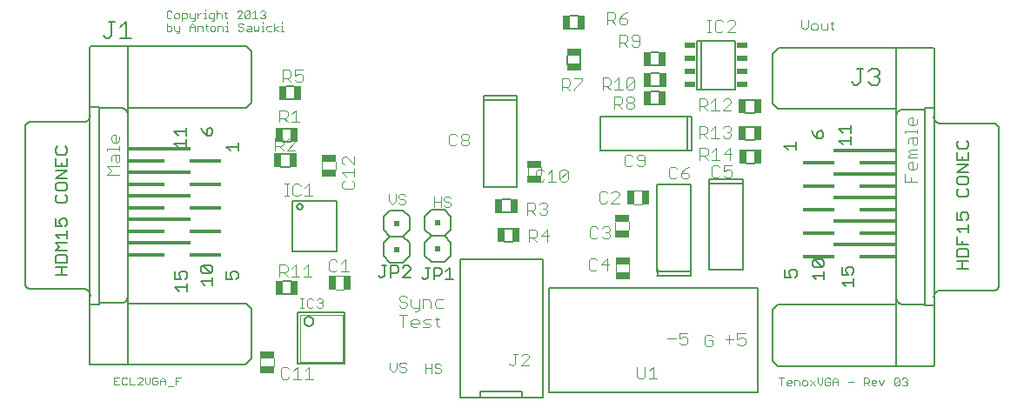
<source format=gto>
G75*
G70*
%OFA0B0*%
%FSLAX24Y24*%
%IPPOS*%
%LPD*%
%AMOC8*
5,1,8,0,0,1.08239X$1,22.5*
%
%ADD10C,0.0040*%
%ADD11C,0.0030*%
%ADD12C,0.0060*%
%ADD13C,0.0050*%
%ADD14R,0.2402X0.0157*%
%ADD15R,0.1417X0.0157*%
%ADD16R,0.1220X0.0157*%
%ADD17C,0.0070*%
%ADD18R,0.0256X0.0551*%
%ADD19R,0.0551X0.0256*%
%ADD20C,0.0080*%
%ADD21R,0.0571X0.0295*%
%ADD22R,0.0295X0.0571*%
%ADD23R,0.0200X0.0200*%
%ADD24R,0.0433X0.0193*%
%ADD25C,0.0020*%
D10*
X009133Y001915D02*
X009133Y002215D01*
X009652Y002215D02*
X009652Y001925D01*
X009937Y001824D02*
X009937Y001517D01*
X010013Y001441D01*
X010167Y001441D01*
X010243Y001517D01*
X010397Y001441D02*
X010704Y001441D01*
X010857Y001441D02*
X011164Y001441D01*
X011011Y001441D02*
X011011Y001901D01*
X010857Y001748D01*
X010550Y001901D02*
X010550Y001441D01*
X010397Y001748D02*
X010550Y001901D01*
X010243Y001824D02*
X010167Y001901D01*
X010013Y001901D01*
X009937Y001824D01*
X014605Y003423D02*
X014605Y003884D01*
X014452Y003884D02*
X014759Y003884D01*
X014989Y003730D02*
X015143Y003730D01*
X015219Y003654D01*
X015219Y003577D01*
X014912Y003577D01*
X014912Y003500D02*
X014912Y003654D01*
X014989Y003730D01*
X014912Y003500D02*
X014989Y003423D01*
X015143Y003423D01*
X015373Y003423D02*
X015603Y003423D01*
X015680Y003500D01*
X015603Y003577D01*
X015449Y003577D01*
X015373Y003654D01*
X015449Y003730D01*
X015680Y003730D01*
X015833Y003730D02*
X015987Y003730D01*
X015910Y003807D02*
X015910Y003500D01*
X015987Y003423D01*
X015219Y004097D02*
X015143Y004020D01*
X015066Y004020D01*
X015219Y004097D02*
X015219Y004480D01*
X015373Y004480D02*
X015603Y004480D01*
X015680Y004404D01*
X015680Y004173D01*
X015833Y004250D02*
X015833Y004404D01*
X015910Y004480D01*
X016140Y004480D01*
X016140Y004173D02*
X015910Y004173D01*
X015833Y004250D01*
X015373Y004173D02*
X015373Y004480D01*
X014912Y004480D02*
X014912Y004250D01*
X014989Y004173D01*
X015219Y004173D01*
X014759Y004250D02*
X014759Y004327D01*
X014682Y004404D01*
X014529Y004404D01*
X014452Y004480D01*
X014452Y004557D01*
X014529Y004634D01*
X014682Y004634D01*
X014759Y004557D01*
X014759Y004250D02*
X014682Y004173D01*
X014529Y004173D01*
X014452Y004250D01*
X012318Y004876D02*
X012028Y004876D01*
X011533Y004470D02*
X011473Y004530D01*
X011353Y004530D01*
X011293Y004470D01*
X011165Y004470D02*
X011105Y004530D01*
X010985Y004530D01*
X010925Y004470D01*
X010925Y004230D01*
X010985Y004170D01*
X011105Y004170D01*
X011165Y004230D01*
X011293Y004230D02*
X011353Y004170D01*
X011473Y004170D01*
X011533Y004230D01*
X011533Y004290D01*
X011473Y004350D01*
X011413Y004350D01*
X011473Y004350D02*
X011533Y004410D01*
X011533Y004470D01*
X010799Y004530D02*
X010679Y004530D01*
X010739Y004530D02*
X010739Y004170D01*
X010679Y004170D02*
X010799Y004170D01*
X010801Y005359D02*
X011108Y005359D01*
X010955Y005359D02*
X010955Y005819D01*
X010801Y005666D01*
X010494Y005819D02*
X010494Y005359D01*
X010341Y005359D02*
X010648Y005359D01*
X010187Y005359D02*
X010034Y005512D01*
X010111Y005512D02*
X009880Y005512D01*
X009880Y005359D02*
X009880Y005819D01*
X010111Y005819D01*
X010187Y005743D01*
X010187Y005589D01*
X010111Y005512D01*
X010341Y005666D02*
X010494Y005819D01*
X011775Y005939D02*
X011775Y005632D01*
X011852Y005555D01*
X012005Y005555D01*
X012082Y005632D01*
X012235Y005555D02*
X012542Y005555D01*
X012389Y005555D02*
X012389Y006015D01*
X012235Y005862D01*
X012082Y005939D02*
X012005Y006015D01*
X011852Y006015D01*
X011775Y005939D01*
X012018Y005396D02*
X012318Y005396D01*
X018834Y002407D02*
X018988Y002407D01*
X018911Y002407D02*
X018911Y002024D01*
X018834Y001947D01*
X018758Y001947D01*
X018681Y002024D01*
X019141Y001947D02*
X019448Y002254D01*
X019448Y002331D01*
X019371Y002407D01*
X019218Y002407D01*
X019141Y002331D01*
X019141Y001947D02*
X019448Y001947D01*
X023570Y001911D02*
X023570Y001528D01*
X023647Y001451D01*
X023800Y001451D01*
X023877Y001528D01*
X023877Y001911D01*
X024030Y001758D02*
X024184Y001911D01*
X024184Y001451D01*
X024337Y001451D02*
X024030Y001451D01*
X025281Y002749D02*
X025204Y002825D01*
X025281Y002749D02*
X025434Y002749D01*
X025511Y002825D01*
X025511Y002979D01*
X025434Y003056D01*
X025357Y003056D01*
X025204Y002979D01*
X025204Y003209D01*
X025511Y003209D01*
X025050Y002979D02*
X024743Y002979D01*
X026169Y003067D02*
X026169Y002760D01*
X026245Y002683D01*
X026399Y002683D01*
X026475Y002760D01*
X026475Y002913D01*
X026322Y002913D01*
X026475Y003067D02*
X026399Y003144D01*
X026245Y003144D01*
X026169Y003067D01*
X026949Y002959D02*
X027255Y002959D01*
X027409Y002959D02*
X027562Y003036D01*
X027639Y003036D01*
X027716Y002959D01*
X027716Y002806D01*
X027639Y002729D01*
X027486Y002729D01*
X027409Y002806D01*
X027409Y002959D02*
X027409Y003189D01*
X027716Y003189D01*
X027102Y003112D02*
X027102Y002806D01*
X023278Y005547D02*
X023278Y005837D01*
X022759Y005837D02*
X022759Y005537D01*
X022426Y005598D02*
X022426Y006059D01*
X022196Y005828D01*
X022503Y005828D01*
X022042Y005675D02*
X021966Y005598D01*
X021812Y005598D01*
X021736Y005675D01*
X021736Y005982D01*
X021812Y006059D01*
X021966Y006059D01*
X022042Y005982D01*
X021994Y006819D02*
X022070Y006896D01*
X021994Y006819D02*
X021840Y006819D01*
X021763Y006896D01*
X021763Y007203D01*
X021840Y007280D01*
X021994Y007280D01*
X022070Y007203D01*
X022224Y007203D02*
X022301Y007280D01*
X022454Y007280D01*
X022531Y007203D01*
X022531Y007126D01*
X022454Y007050D01*
X022531Y006973D01*
X022531Y006896D01*
X022454Y006819D01*
X022301Y006819D01*
X022224Y006896D01*
X022377Y007050D02*
X022454Y007050D01*
X022739Y007147D02*
X022739Y007437D01*
X023259Y007447D02*
X023259Y007147D01*
X023467Y008140D02*
X023767Y008140D01*
X023757Y008659D02*
X023467Y008659D01*
X022889Y008561D02*
X022812Y008638D01*
X022659Y008638D01*
X022582Y008561D01*
X022429Y008561D02*
X022352Y008638D01*
X022198Y008638D01*
X022122Y008561D01*
X022122Y008254D01*
X022198Y008178D01*
X022352Y008178D01*
X022429Y008254D01*
X022582Y008178D02*
X022889Y008485D01*
X022889Y008561D01*
X022889Y008178D02*
X022582Y008178D01*
X020916Y009080D02*
X020839Y009004D01*
X020686Y009004D01*
X020609Y009080D01*
X020916Y009387D01*
X020916Y009080D01*
X020609Y009080D02*
X020609Y009387D01*
X020686Y009464D01*
X020839Y009464D01*
X020916Y009387D01*
X020302Y009464D02*
X020302Y009004D01*
X020149Y009004D02*
X020456Y009004D01*
X019995Y009080D02*
X019919Y009004D01*
X019765Y009004D01*
X019689Y009080D01*
X019689Y009387D01*
X019765Y009464D01*
X019919Y009464D01*
X019995Y009387D01*
X019904Y009246D02*
X019904Y009546D01*
X020149Y009311D02*
X020302Y009464D01*
X019385Y009536D02*
X019385Y009246D01*
X019363Y008200D02*
X019593Y008200D01*
X019670Y008124D01*
X019670Y007970D01*
X019593Y007893D01*
X019363Y007893D01*
X019363Y007740D02*
X019363Y008200D01*
X019823Y008124D02*
X019900Y008200D01*
X020053Y008200D01*
X020130Y008124D01*
X020130Y008047D01*
X020053Y007970D01*
X020130Y007893D01*
X020130Y007817D01*
X020053Y007740D01*
X019900Y007740D01*
X019823Y007817D01*
X019670Y007740D02*
X019516Y007893D01*
X019977Y007970D02*
X020053Y007970D01*
X020116Y007161D02*
X019886Y006931D01*
X020193Y006931D01*
X020116Y006701D02*
X020116Y007161D01*
X019733Y007084D02*
X019733Y006931D01*
X019656Y006854D01*
X019426Y006854D01*
X019579Y006854D02*
X019733Y006701D01*
X019426Y006701D02*
X019426Y007161D01*
X019656Y007161D01*
X019733Y007084D01*
X024794Y009190D02*
X024871Y009113D01*
X025025Y009113D01*
X025101Y009190D01*
X025255Y009190D02*
X025255Y009343D01*
X025485Y009343D01*
X025562Y009267D01*
X025562Y009190D01*
X025485Y009113D01*
X025332Y009113D01*
X025255Y009190D01*
X025255Y009343D02*
X025408Y009497D01*
X025562Y009574D01*
X025101Y009497D02*
X025025Y009574D01*
X024871Y009574D01*
X024794Y009497D01*
X024794Y009190D01*
X023869Y009658D02*
X023869Y009965D01*
X023792Y010042D01*
X023639Y010042D01*
X023562Y009965D01*
X023562Y009889D01*
X023639Y009812D01*
X023869Y009812D01*
X023869Y009658D02*
X023792Y009582D01*
X023639Y009582D01*
X023562Y009658D01*
X023409Y009658D02*
X023332Y009582D01*
X023178Y009582D01*
X023102Y009658D01*
X023102Y009965D01*
X023178Y010042D01*
X023332Y010042D01*
X023409Y009965D01*
X025977Y009989D02*
X026207Y009989D01*
X026284Y010066D01*
X026284Y010220D01*
X026207Y010296D01*
X025977Y010296D01*
X025977Y009836D01*
X026130Y009989D02*
X026284Y009836D01*
X026437Y009836D02*
X026744Y009836D01*
X026591Y009836D02*
X026591Y010296D01*
X026437Y010143D01*
X026898Y010066D02*
X027205Y010066D01*
X027128Y009836D02*
X027128Y010296D01*
X026898Y010066D01*
X026893Y009623D02*
X026893Y009393D01*
X027047Y009470D01*
X027123Y009470D01*
X027200Y009393D01*
X027200Y009240D01*
X027123Y009163D01*
X026970Y009163D01*
X026893Y009240D01*
X026740Y009240D02*
X026663Y009163D01*
X026509Y009163D01*
X026433Y009240D01*
X026433Y009546D01*
X026509Y009623D01*
X026663Y009623D01*
X026740Y009546D01*
X026893Y009623D02*
X027200Y009623D01*
X027100Y010670D02*
X026947Y010670D01*
X026870Y010746D01*
X026717Y010670D02*
X026410Y010670D01*
X026563Y010670D02*
X026563Y011130D01*
X026410Y010977D01*
X026256Y011053D02*
X026256Y010900D01*
X026180Y010823D01*
X025949Y010823D01*
X025949Y010670D02*
X025949Y011130D01*
X026180Y011130D01*
X026256Y011053D01*
X026103Y010823D02*
X026256Y010670D01*
X026870Y011053D02*
X026947Y011130D01*
X027100Y011130D01*
X027177Y011053D01*
X027177Y010977D01*
X027100Y010900D01*
X027177Y010823D01*
X027177Y010746D01*
X027100Y010670D01*
X027100Y010900D02*
X027024Y010900D01*
X026872Y011727D02*
X027179Y012034D01*
X027179Y012111D01*
X027102Y012188D01*
X026949Y012188D01*
X026872Y012111D01*
X026565Y012188D02*
X026411Y012034D01*
X026258Y011957D02*
X026181Y011881D01*
X025951Y011881D01*
X026105Y011881D02*
X026258Y011727D01*
X026411Y011727D02*
X026718Y011727D01*
X026565Y011727D02*
X026565Y012188D01*
X026258Y012111D02*
X026258Y011957D01*
X026258Y012111D02*
X026181Y012188D01*
X025951Y012188D01*
X025951Y011727D01*
X026872Y011727D02*
X027179Y011727D01*
X023457Y011872D02*
X023380Y011795D01*
X023227Y011795D01*
X023150Y011872D01*
X023150Y011949D01*
X023227Y012025D01*
X023380Y012025D01*
X023457Y011949D01*
X023457Y011872D01*
X023380Y012025D02*
X023457Y012102D01*
X023457Y012179D01*
X023380Y012255D01*
X023227Y012255D01*
X023150Y012179D01*
X023150Y012102D01*
X023227Y012025D01*
X022996Y012025D02*
X022920Y011949D01*
X022689Y011949D01*
X022843Y011949D02*
X022996Y011795D01*
X022996Y012025D02*
X022996Y012179D01*
X022920Y012255D01*
X022689Y012255D01*
X022689Y011795D01*
X022711Y012520D02*
X023018Y012520D01*
X022864Y012520D02*
X022864Y012981D01*
X022711Y012827D01*
X022557Y012750D02*
X022481Y012674D01*
X022250Y012674D01*
X022250Y012520D02*
X022250Y012981D01*
X022481Y012981D01*
X022557Y012904D01*
X022557Y012750D01*
X022404Y012674D02*
X022557Y012520D01*
X023171Y012597D02*
X023478Y012904D01*
X023478Y012597D01*
X023401Y012520D01*
X023248Y012520D01*
X023171Y012597D01*
X023171Y012904D01*
X023248Y012981D01*
X023401Y012981D01*
X023478Y012904D01*
X021465Y012869D02*
X021158Y012562D01*
X021158Y012486D01*
X021005Y012486D02*
X020851Y012639D01*
X020928Y012639D02*
X020698Y012639D01*
X020698Y012486D02*
X020698Y012946D01*
X020928Y012946D01*
X021005Y012869D01*
X021005Y012716D01*
X020928Y012639D01*
X021158Y012946D02*
X021465Y012946D01*
X021465Y012869D01*
X022900Y014178D02*
X022900Y014638D01*
X023130Y014638D01*
X023207Y014561D01*
X023207Y014408D01*
X023130Y014331D01*
X022900Y014331D01*
X023053Y014331D02*
X023207Y014178D01*
X023360Y014254D02*
X023437Y014178D01*
X023591Y014178D01*
X023667Y014254D01*
X023667Y014561D01*
X023591Y014638D01*
X023437Y014638D01*
X023360Y014561D01*
X023360Y014485D01*
X023437Y014408D01*
X023667Y014408D01*
X023122Y015028D02*
X023199Y015105D01*
X023199Y015182D01*
X023122Y015258D01*
X022892Y015258D01*
X022892Y015105D01*
X022969Y015028D01*
X023122Y015028D01*
X022738Y015028D02*
X022585Y015182D01*
X022662Y015182D02*
X022431Y015182D01*
X022431Y015028D02*
X022431Y015489D01*
X022662Y015489D01*
X022738Y015412D01*
X022738Y015258D01*
X022662Y015182D01*
X022892Y015258D02*
X023045Y015412D01*
X023199Y015489D01*
X026260Y015194D02*
X026414Y015194D01*
X026337Y015194D02*
X026337Y014734D01*
X026260Y014734D02*
X026414Y014734D01*
X026567Y014811D02*
X026644Y014734D01*
X026798Y014734D01*
X026874Y014811D01*
X027028Y014734D02*
X027335Y015041D01*
X027335Y015118D01*
X027258Y015194D01*
X027105Y015194D01*
X027028Y015118D01*
X026874Y015118D02*
X026798Y015194D01*
X026644Y015194D01*
X026567Y015118D01*
X026567Y014811D01*
X027028Y014734D02*
X027335Y014734D01*
X033976Y011382D02*
X034053Y011459D01*
X034129Y011459D01*
X034129Y011152D01*
X034053Y011152D02*
X033976Y011229D01*
X033976Y011382D01*
X034053Y011152D02*
X034206Y011152D01*
X034283Y011229D01*
X034283Y011382D01*
X034283Y010998D02*
X034283Y010845D01*
X034283Y010922D02*
X033822Y010922D01*
X033822Y010845D01*
X033976Y010615D02*
X034053Y010691D01*
X034283Y010691D01*
X034283Y010461D01*
X034206Y010385D01*
X034129Y010461D01*
X034129Y010691D01*
X033976Y010615D02*
X033976Y010461D01*
X034053Y010231D02*
X034283Y010231D01*
X034283Y010078D02*
X034053Y010078D01*
X033976Y010154D01*
X034053Y010231D01*
X034053Y010078D02*
X033976Y010001D01*
X033976Y009924D01*
X034283Y009924D01*
X034129Y009771D02*
X034129Y009464D01*
X034053Y009464D02*
X033976Y009540D01*
X033976Y009694D01*
X034053Y009771D01*
X034129Y009771D01*
X034283Y009694D02*
X034283Y009540D01*
X034206Y009464D01*
X034053Y009464D01*
X033822Y009310D02*
X033822Y009003D01*
X034283Y009003D01*
X034053Y009003D02*
X034053Y009157D01*
X017137Y010456D02*
X017060Y010379D01*
X016907Y010379D01*
X016830Y010456D01*
X016830Y010533D01*
X016907Y010610D01*
X017060Y010610D01*
X017137Y010533D01*
X017137Y010456D01*
X017060Y010610D02*
X017137Y010686D01*
X017137Y010763D01*
X017060Y010840D01*
X016907Y010840D01*
X016830Y010763D01*
X016830Y010686D01*
X016907Y010610D01*
X016677Y010763D02*
X016600Y010840D01*
X016446Y010840D01*
X016370Y010763D01*
X016370Y010456D01*
X016446Y010379D01*
X016600Y010379D01*
X016677Y010456D01*
X012733Y009959D02*
X012733Y009652D01*
X012426Y009959D01*
X012350Y009959D01*
X012273Y009882D01*
X012273Y009728D01*
X012350Y009652D01*
X012034Y009774D02*
X012034Y009474D01*
X012273Y009345D02*
X012733Y009345D01*
X012733Y009498D02*
X012733Y009191D01*
X012656Y009038D02*
X012733Y008961D01*
X012733Y008808D01*
X012656Y008731D01*
X012350Y008731D01*
X012273Y008808D01*
X012273Y008961D01*
X012350Y009038D01*
X012426Y009191D02*
X012273Y009345D01*
X011515Y009474D02*
X011515Y009764D01*
X010480Y010208D02*
X010173Y010208D01*
X010480Y010515D01*
X010480Y010592D01*
X010404Y010669D01*
X010250Y010669D01*
X010173Y010592D01*
X010020Y010592D02*
X009943Y010669D01*
X009713Y010669D01*
X009713Y010208D01*
X009713Y010362D02*
X009943Y010362D01*
X010020Y010439D01*
X010020Y010592D01*
X009867Y010362D02*
X010020Y010208D01*
X009876Y011284D02*
X009876Y011744D01*
X010107Y011744D01*
X010183Y011668D01*
X010183Y011514D01*
X010107Y011438D01*
X009876Y011438D01*
X010030Y011438D02*
X010183Y011284D01*
X010337Y011284D02*
X010644Y011284D01*
X010490Y011284D02*
X010490Y011744D01*
X010337Y011591D01*
X010305Y012819D02*
X010152Y012973D01*
X010229Y012973D02*
X009998Y012973D01*
X009998Y012819D02*
X009998Y013280D01*
X010229Y013280D01*
X010305Y013203D01*
X010305Y013050D01*
X010229Y012973D01*
X010459Y013050D02*
X010612Y013126D01*
X010689Y013126D01*
X010766Y013050D01*
X010766Y012896D01*
X010689Y012819D01*
X010536Y012819D01*
X010459Y012896D01*
X010459Y013050D02*
X010459Y013280D01*
X010766Y013280D01*
X003742Y010732D02*
X003742Y010579D01*
X003665Y010502D01*
X003512Y010502D01*
X003435Y010579D01*
X003435Y010732D01*
X003512Y010809D01*
X003588Y010809D01*
X003588Y010502D01*
X003742Y010349D02*
X003742Y010195D01*
X003742Y010272D02*
X003281Y010272D01*
X003281Y010195D01*
X003435Y009965D02*
X003512Y010042D01*
X003742Y010042D01*
X003742Y009811D01*
X003665Y009735D01*
X003588Y009811D01*
X003588Y010042D01*
X003435Y009965D02*
X003435Y009811D01*
X003281Y009581D02*
X003742Y009581D01*
X003742Y009274D02*
X003281Y009274D01*
X003435Y009428D01*
X003281Y009581D01*
X010072Y008913D02*
X010226Y008913D01*
X010149Y008913D02*
X010149Y008453D01*
X010072Y008453D02*
X010226Y008453D01*
X010379Y008530D02*
X010456Y008453D01*
X010609Y008453D01*
X010686Y008530D01*
X010839Y008453D02*
X011146Y008453D01*
X010993Y008453D02*
X010993Y008913D01*
X010839Y008760D01*
X010686Y008837D02*
X010609Y008913D01*
X010456Y008913D01*
X010379Y008837D01*
X010379Y008530D01*
D11*
X003541Y001504D02*
X003541Y001214D01*
X003735Y001214D01*
X003836Y001262D02*
X003836Y001456D01*
X003884Y001504D01*
X003981Y001504D01*
X004030Y001456D01*
X004131Y001504D02*
X004131Y001214D01*
X004324Y001214D01*
X004425Y001214D02*
X004619Y001407D01*
X004619Y001456D01*
X004571Y001504D01*
X004474Y001504D01*
X004425Y001456D01*
X004425Y001214D02*
X004619Y001214D01*
X004720Y001310D02*
X004817Y001214D01*
X004914Y001310D01*
X004914Y001504D01*
X005015Y001456D02*
X005063Y001504D01*
X005160Y001504D01*
X005208Y001456D01*
X005208Y001359D02*
X005111Y001359D01*
X005208Y001359D02*
X005208Y001262D01*
X005160Y001214D01*
X005063Y001214D01*
X005015Y001262D01*
X005015Y001456D01*
X005309Y001407D02*
X005309Y001214D01*
X005309Y001359D02*
X005503Y001359D01*
X005503Y001407D02*
X005503Y001214D01*
X005604Y001165D02*
X005798Y001165D01*
X005899Y001214D02*
X005899Y001504D01*
X006092Y001504D01*
X005995Y001359D02*
X005899Y001359D01*
X005503Y001407D02*
X005406Y001504D01*
X005309Y001407D01*
X004720Y001504D02*
X004720Y001310D01*
X004030Y001262D02*
X003981Y001214D01*
X003884Y001214D01*
X003836Y001262D01*
X003638Y001359D02*
X003541Y001359D01*
X003541Y001504D02*
X003735Y001504D01*
X014112Y001829D02*
X014236Y001706D01*
X014359Y001829D01*
X014359Y002076D01*
X014481Y002014D02*
X014481Y001953D01*
X014542Y001891D01*
X014666Y001891D01*
X014728Y001829D01*
X014728Y001768D01*
X014666Y001706D01*
X014542Y001706D01*
X014481Y001768D01*
X014112Y001829D02*
X014112Y002076D01*
X014481Y002014D02*
X014542Y002076D01*
X014666Y002076D01*
X014728Y002014D01*
X015451Y002037D02*
X015451Y001666D01*
X015451Y001852D02*
X015698Y001852D01*
X015819Y001913D02*
X015881Y001852D01*
X016004Y001852D01*
X016066Y001790D01*
X016066Y001728D01*
X016004Y001666D01*
X015881Y001666D01*
X015819Y001728D01*
X015698Y001666D02*
X015698Y002037D01*
X015819Y001975D02*
X015819Y001913D01*
X015819Y001975D02*
X015881Y002037D01*
X016004Y002037D01*
X016066Y001975D01*
X029014Y001484D02*
X029207Y001484D01*
X029111Y001484D02*
X029111Y001194D01*
X029309Y001242D02*
X029309Y001339D01*
X029357Y001388D01*
X029454Y001388D01*
X029502Y001339D01*
X029502Y001291D01*
X029309Y001291D01*
X029309Y001242D02*
X029357Y001194D01*
X029454Y001194D01*
X029603Y001194D02*
X029603Y001388D01*
X029748Y001388D01*
X029797Y001339D01*
X029797Y001194D01*
X029898Y001242D02*
X029946Y001194D01*
X030043Y001194D01*
X030091Y001242D01*
X030091Y001339D01*
X030043Y001388D01*
X029946Y001388D01*
X029898Y001339D01*
X029898Y001242D01*
X030193Y001194D02*
X030386Y001388D01*
X030487Y001484D02*
X030487Y001291D01*
X030584Y001194D01*
X030681Y001291D01*
X030681Y001484D01*
X030782Y001436D02*
X030782Y001242D01*
X030830Y001194D01*
X030927Y001194D01*
X030975Y001242D01*
X030975Y001339D01*
X030879Y001339D01*
X030975Y001436D02*
X030927Y001484D01*
X030830Y001484D01*
X030782Y001436D01*
X031076Y001388D02*
X031076Y001194D01*
X031076Y001339D02*
X031270Y001339D01*
X031270Y001388D02*
X031270Y001194D01*
X031270Y001388D02*
X031173Y001484D01*
X031076Y001388D01*
X031666Y001339D02*
X031859Y001339D01*
X032255Y001291D02*
X032400Y001291D01*
X032449Y001339D01*
X032449Y001436D01*
X032400Y001484D01*
X032255Y001484D01*
X032255Y001194D01*
X032352Y001291D02*
X032449Y001194D01*
X032550Y001242D02*
X032550Y001339D01*
X032598Y001388D01*
X032695Y001388D01*
X032743Y001339D01*
X032743Y001291D01*
X032550Y001291D01*
X032550Y001242D02*
X032598Y001194D01*
X032695Y001194D01*
X032844Y001388D02*
X032941Y001194D01*
X033038Y001388D01*
X033434Y001436D02*
X033434Y001242D01*
X033627Y001436D01*
X033627Y001242D01*
X033579Y001194D01*
X033482Y001194D01*
X033434Y001242D01*
X033434Y001436D02*
X033482Y001484D01*
X033579Y001484D01*
X033627Y001436D01*
X033728Y001436D02*
X033777Y001484D01*
X033873Y001484D01*
X033922Y001436D01*
X033922Y001388D01*
X033873Y001339D01*
X033922Y001291D01*
X033922Y001242D01*
X033873Y001194D01*
X033777Y001194D01*
X033728Y001242D01*
X033825Y001339D02*
X033873Y001339D01*
X030386Y001194D02*
X030193Y001388D01*
X016420Y008106D02*
X016359Y008044D01*
X016235Y008044D01*
X016174Y008106D01*
X016052Y008044D02*
X016052Y008415D01*
X016174Y008353D02*
X016174Y008291D01*
X016235Y008230D01*
X016359Y008230D01*
X016420Y008168D01*
X016420Y008106D01*
X016052Y008230D02*
X015805Y008230D01*
X015805Y008415D02*
X015805Y008044D01*
X016174Y008353D02*
X016235Y008415D01*
X016359Y008415D01*
X016420Y008353D01*
X014688Y008266D02*
X014688Y008205D01*
X014626Y008143D01*
X014503Y008143D01*
X014441Y008205D01*
X014320Y008266D02*
X014320Y008513D01*
X014441Y008451D02*
X014441Y008390D01*
X014503Y008328D01*
X014626Y008328D01*
X014688Y008266D01*
X014320Y008266D02*
X014196Y008143D01*
X014073Y008266D01*
X014073Y008513D01*
X014441Y008451D02*
X014503Y008513D01*
X014626Y008513D01*
X014688Y008451D01*
X006037Y014728D02*
X005989Y014680D01*
X005941Y014680D01*
X006037Y014728D02*
X006037Y014970D01*
X005844Y014970D02*
X005844Y014825D01*
X005892Y014777D01*
X006037Y014777D01*
X005743Y014825D02*
X005743Y014922D01*
X005694Y014970D01*
X005549Y014970D01*
X005549Y015067D02*
X005549Y014777D01*
X005694Y014777D01*
X005743Y014825D01*
X006139Y015160D02*
X006139Y015450D01*
X006284Y015450D01*
X006332Y015402D01*
X006332Y015305D01*
X006284Y015257D01*
X006139Y015257D01*
X006037Y015305D02*
X006037Y015402D01*
X005989Y015450D01*
X005892Y015450D01*
X005844Y015402D01*
X005844Y015305D01*
X005892Y015257D01*
X005989Y015257D01*
X006037Y015305D01*
X005743Y015305D02*
X005694Y015257D01*
X005598Y015257D01*
X005549Y015305D01*
X005549Y015499D01*
X005598Y015547D01*
X005694Y015547D01*
X005743Y015499D01*
X006433Y015450D02*
X006433Y015305D01*
X006482Y015257D01*
X006627Y015257D01*
X006627Y015208D02*
X006578Y015160D01*
X006530Y015160D01*
X006530Y015067D02*
X006627Y014970D01*
X006627Y014777D01*
X006728Y014777D02*
X006728Y014970D01*
X006873Y014970D01*
X006921Y014922D01*
X006921Y014777D01*
X007071Y014825D02*
X007119Y014777D01*
X007071Y014825D02*
X007071Y015019D01*
X007023Y014970D02*
X007119Y014970D01*
X007219Y014922D02*
X007219Y014825D01*
X007267Y014777D01*
X007364Y014777D01*
X007413Y014825D01*
X007413Y014922D01*
X007364Y014970D01*
X007267Y014970D01*
X007219Y014922D01*
X007267Y015160D02*
X007315Y015160D01*
X007363Y015208D01*
X007363Y015450D01*
X007218Y015450D01*
X007170Y015402D01*
X007170Y015305D01*
X007218Y015257D01*
X007363Y015257D01*
X007465Y015257D02*
X007465Y015547D01*
X007513Y015450D02*
X007610Y015450D01*
X007658Y015402D01*
X007658Y015257D01*
X007808Y015305D02*
X007856Y015257D01*
X007808Y015305D02*
X007808Y015499D01*
X007856Y015450D02*
X007759Y015450D01*
X007513Y015450D02*
X007465Y015402D01*
X007070Y015257D02*
X006973Y015257D01*
X007022Y015257D02*
X007022Y015450D01*
X006973Y015450D01*
X006873Y015450D02*
X006825Y015450D01*
X006728Y015353D01*
X006728Y015257D02*
X006728Y015450D01*
X006627Y015450D02*
X006627Y015208D01*
X006530Y015067D02*
X006433Y014970D01*
X006433Y014777D01*
X006433Y014922D02*
X006627Y014922D01*
X007022Y015547D02*
X007022Y015595D01*
X007857Y015115D02*
X007857Y015067D01*
X007857Y014970D02*
X007857Y014777D01*
X007905Y014777D02*
X007808Y014777D01*
X007707Y014777D02*
X007707Y014922D01*
X007659Y014970D01*
X007514Y014970D01*
X007514Y014777D01*
X007808Y014970D02*
X007857Y014970D01*
X008299Y014970D02*
X008348Y014922D01*
X008445Y014922D01*
X008493Y014873D01*
X008493Y014825D01*
X008445Y014777D01*
X008348Y014777D01*
X008299Y014825D01*
X008299Y014970D02*
X008299Y015019D01*
X008348Y015067D01*
X008445Y015067D01*
X008493Y015019D01*
X008642Y014970D02*
X008739Y014970D01*
X008788Y014922D01*
X008788Y014777D01*
X008642Y014777D01*
X008594Y014825D01*
X008642Y014873D01*
X008788Y014873D01*
X008889Y014825D02*
X008937Y014777D01*
X008985Y014825D01*
X009034Y014777D01*
X009082Y014825D01*
X009082Y014970D01*
X009183Y014970D02*
X009232Y014970D01*
X009232Y014777D01*
X009280Y014777D02*
X009183Y014777D01*
X009380Y014825D02*
X009428Y014777D01*
X009573Y014777D01*
X009674Y014777D02*
X009674Y015067D01*
X009573Y014970D02*
X009428Y014970D01*
X009380Y014922D01*
X009380Y014825D01*
X009674Y014873D02*
X009820Y014970D01*
X009920Y014970D02*
X009968Y014970D01*
X009968Y014777D01*
X009920Y014777D02*
X010017Y014777D01*
X009820Y014777D02*
X009674Y014873D01*
X009968Y015067D02*
X009968Y015115D01*
X009328Y015305D02*
X009279Y015257D01*
X009183Y015257D01*
X009134Y015305D01*
X009033Y015257D02*
X008840Y015257D01*
X008936Y015257D02*
X008936Y015547D01*
X008840Y015450D01*
X008738Y015499D02*
X008545Y015305D01*
X008593Y015257D01*
X008690Y015257D01*
X008738Y015305D01*
X008738Y015499D01*
X008690Y015547D01*
X008593Y015547D01*
X008545Y015499D01*
X008545Y015305D01*
X008444Y015257D02*
X008250Y015257D01*
X008444Y015450D01*
X008444Y015499D01*
X008395Y015547D01*
X008299Y015547D01*
X008250Y015499D01*
X008889Y014970D02*
X008889Y014825D01*
X009232Y015067D02*
X009232Y015115D01*
X009328Y015305D02*
X009328Y015353D01*
X009279Y015402D01*
X009231Y015402D01*
X009279Y015402D02*
X009328Y015450D01*
X009328Y015499D01*
X009279Y015547D01*
X009183Y015547D01*
X009134Y015499D01*
X029880Y015186D02*
X029880Y014939D01*
X030003Y014816D01*
X030127Y014939D01*
X030127Y015186D01*
X030310Y015063D02*
X030248Y015001D01*
X030248Y014878D01*
X030310Y014816D01*
X030434Y014816D01*
X030495Y014878D01*
X030495Y015001D01*
X030434Y015063D01*
X030310Y015063D01*
X030617Y015063D02*
X030617Y014878D01*
X030678Y014816D01*
X030864Y014816D01*
X030864Y015063D01*
X030985Y015063D02*
X031108Y015063D01*
X031047Y015125D02*
X031047Y014878D01*
X031108Y014816D01*
D12*
X029003Y014133D02*
X034942Y014133D01*
X034949Y014126D02*
X034949Y001978D01*
X034942Y001933D02*
X033503Y001933D01*
X033503Y014126D01*
X029003Y014133D02*
X028753Y013883D01*
X028753Y011983D01*
X028953Y011783D01*
X033503Y011783D01*
X033753Y011768D02*
X034585Y011768D01*
X034585Y004298D01*
X034585Y004248D01*
X034942Y004248D01*
X034585Y004298D02*
X033753Y004298D01*
X033503Y004283D02*
X028953Y004283D01*
X028753Y004083D01*
X028753Y002133D01*
X028953Y001933D01*
X033503Y001933D01*
X033753Y004298D02*
X033723Y004300D01*
X033693Y004305D01*
X033664Y004314D01*
X033637Y004327D01*
X033611Y004342D01*
X033587Y004361D01*
X033566Y004382D01*
X033547Y004406D01*
X033532Y004432D01*
X033519Y004459D01*
X033510Y004488D01*
X033505Y004518D01*
X033503Y004548D01*
X034945Y004583D02*
X034947Y004613D01*
X034952Y004643D01*
X034961Y004672D01*
X034974Y004699D01*
X034989Y004725D01*
X035008Y004749D01*
X035029Y004770D01*
X035053Y004789D01*
X035079Y004804D01*
X035106Y004817D01*
X035135Y004826D01*
X035165Y004831D01*
X035195Y004833D01*
X037235Y004833D01*
X037261Y004835D01*
X037287Y004840D01*
X037312Y004848D01*
X037335Y004860D01*
X037357Y004874D01*
X037376Y004892D01*
X037394Y004911D01*
X037408Y004933D01*
X037420Y004956D01*
X037428Y004981D01*
X037433Y005007D01*
X037435Y005033D01*
X037435Y011033D01*
X037433Y011059D01*
X037428Y011085D01*
X037420Y011110D01*
X037408Y011133D01*
X037394Y011155D01*
X037376Y011174D01*
X037357Y011192D01*
X037335Y011206D01*
X037312Y011218D01*
X037287Y011226D01*
X037261Y011231D01*
X037235Y011233D01*
X035195Y011233D01*
X035165Y011235D01*
X035135Y011240D01*
X035106Y011249D01*
X035079Y011262D01*
X035053Y011277D01*
X035029Y011296D01*
X035008Y011317D01*
X034989Y011341D01*
X034974Y011367D01*
X034961Y011394D01*
X034952Y011423D01*
X034947Y011453D01*
X034945Y011483D01*
X034942Y011818D02*
X034585Y011818D01*
X034585Y011768D01*
X033753Y011768D02*
X033723Y011766D01*
X033693Y011761D01*
X033664Y011752D01*
X033637Y011739D01*
X033611Y011724D01*
X033587Y011705D01*
X033566Y011684D01*
X033547Y011660D01*
X033532Y011634D01*
X033519Y011607D01*
X033510Y011578D01*
X033505Y011548D01*
X033503Y011518D01*
X028066Y011628D02*
X027743Y011628D01*
X027743Y012128D02*
X028066Y012128D01*
X028064Y011110D02*
X027741Y011110D01*
X027741Y010610D02*
X028064Y010610D01*
X028072Y010197D02*
X027749Y010197D01*
X027749Y009697D02*
X028072Y009697D01*
X024416Y011953D02*
X024093Y011953D01*
X024093Y012453D02*
X024416Y012453D01*
X024424Y012657D02*
X024101Y012657D01*
X024101Y013157D02*
X024424Y013157D01*
X024408Y013449D02*
X024086Y013449D01*
X024086Y013949D02*
X024408Y013949D01*
X021402Y013829D02*
X021402Y013506D01*
X020902Y013506D02*
X020902Y013829D01*
X020995Y014850D02*
X021318Y014850D01*
X021318Y015350D02*
X020995Y015350D01*
X010440Y012649D02*
X010117Y012649D01*
X010117Y012149D02*
X010440Y012149D01*
X008812Y012042D02*
X008812Y013992D01*
X008612Y014192D01*
X004062Y014192D01*
X004062Y002000D01*
X002623Y001992D02*
X008562Y001992D01*
X008812Y002242D01*
X008812Y004142D01*
X008612Y004342D01*
X004062Y004342D01*
X003812Y004357D02*
X002980Y004357D01*
X002980Y011827D01*
X002980Y011877D01*
X002623Y011877D01*
X002980Y011827D02*
X003812Y011827D01*
X004062Y011842D02*
X008612Y011842D01*
X008812Y012042D01*
X009983Y011035D02*
X010306Y011035D01*
X010306Y010535D02*
X009983Y010535D01*
X009940Y010071D02*
X010263Y010071D01*
X010263Y009571D02*
X009940Y009571D01*
X013853Y007657D02*
X014103Y007907D01*
X014603Y007907D01*
X014853Y007657D01*
X014853Y007157D01*
X014603Y006907D01*
X014853Y006657D01*
X014853Y006157D01*
X014603Y005907D01*
X014103Y005907D01*
X013853Y006157D01*
X013853Y006657D01*
X014103Y006907D01*
X013853Y007157D01*
X013853Y007657D01*
X014103Y006907D02*
X014603Y006907D01*
X015448Y006677D02*
X015698Y006927D01*
X015448Y007177D01*
X015448Y007677D01*
X015698Y007927D01*
X016198Y007927D01*
X016448Y007677D01*
X016448Y007177D01*
X016198Y006927D01*
X016448Y006677D01*
X016448Y006177D01*
X016198Y005927D01*
X015698Y005927D01*
X015448Y006177D01*
X015448Y006677D01*
X015698Y006927D02*
X016198Y006927D01*
X018483Y006697D02*
X018806Y006697D01*
X018806Y007197D02*
X018483Y007197D01*
X018404Y007819D02*
X018727Y007819D01*
X018727Y008319D02*
X018404Y008319D01*
X010322Y005189D02*
X009999Y005189D01*
X009999Y004689D02*
X010322Y004689D01*
X010580Y004000D02*
X012378Y004000D01*
X012378Y002020D01*
X010580Y002020D01*
X010580Y004000D01*
X010819Y003650D02*
X010821Y003676D01*
X010827Y003702D01*
X010836Y003726D01*
X010849Y003749D01*
X010865Y003770D01*
X010884Y003788D01*
X010905Y003804D01*
X010929Y003816D01*
X010953Y003824D01*
X010979Y003829D01*
X011006Y003830D01*
X011032Y003827D01*
X011057Y003820D01*
X011081Y003810D01*
X011104Y003796D01*
X011124Y003780D01*
X011141Y003760D01*
X011156Y003738D01*
X011167Y003714D01*
X011175Y003689D01*
X011179Y003663D01*
X011179Y003637D01*
X011175Y003611D01*
X011167Y003586D01*
X011156Y003562D01*
X011141Y003540D01*
X011124Y003520D01*
X011104Y003504D01*
X011081Y003490D01*
X011057Y003480D01*
X011032Y003473D01*
X011006Y003470D01*
X010979Y003471D01*
X010953Y003476D01*
X010929Y003484D01*
X010905Y003496D01*
X010884Y003512D01*
X010865Y003530D01*
X010849Y003551D01*
X010836Y003574D01*
X010827Y003598D01*
X010821Y003624D01*
X010819Y003650D01*
X004062Y004607D02*
X004060Y004577D01*
X004055Y004547D01*
X004046Y004518D01*
X004033Y004491D01*
X004018Y004465D01*
X003999Y004441D01*
X003978Y004420D01*
X003954Y004401D01*
X003928Y004386D01*
X003901Y004373D01*
X003872Y004364D01*
X003842Y004359D01*
X003812Y004357D01*
X002980Y004357D02*
X002980Y004307D01*
X002623Y004307D01*
X002619Y004642D02*
X002617Y004672D01*
X002612Y004702D01*
X002603Y004731D01*
X002590Y004758D01*
X002575Y004784D01*
X002556Y004808D01*
X002535Y004829D01*
X002511Y004848D01*
X002485Y004863D01*
X002458Y004876D01*
X002429Y004885D01*
X002399Y004890D01*
X002369Y004892D01*
X000330Y004892D01*
X000304Y004894D01*
X000278Y004899D01*
X000253Y004907D01*
X000230Y004919D01*
X000208Y004933D01*
X000189Y004951D01*
X000171Y004970D01*
X000157Y004992D01*
X000145Y005015D01*
X000137Y005040D01*
X000132Y005066D01*
X000130Y005092D01*
X000130Y011092D01*
X000132Y011118D01*
X000137Y011144D01*
X000145Y011169D01*
X000157Y011192D01*
X000171Y011214D01*
X000189Y011233D01*
X000208Y011251D01*
X000230Y011265D01*
X000253Y011277D01*
X000278Y011285D01*
X000304Y011290D01*
X000330Y011292D01*
X002369Y011292D01*
X002399Y011294D01*
X002429Y011299D01*
X002458Y011308D01*
X002485Y011321D01*
X002511Y011336D01*
X002535Y011355D01*
X002556Y011376D01*
X002575Y011400D01*
X002590Y011426D01*
X002603Y011453D01*
X002612Y011482D01*
X002617Y011512D01*
X002619Y011542D01*
X003812Y011827D02*
X003842Y011825D01*
X003872Y011820D01*
X003901Y011811D01*
X003928Y011798D01*
X003954Y011783D01*
X003978Y011764D01*
X003999Y011743D01*
X004018Y011719D01*
X004033Y011693D01*
X004046Y011666D01*
X004055Y011637D01*
X004060Y011607D01*
X004062Y011577D01*
X004062Y014192D02*
X002623Y014192D01*
X002615Y014148D02*
X002615Y001999D01*
D13*
X005880Y004953D02*
X006330Y004953D01*
X006330Y004803D02*
X006330Y005103D01*
X006255Y005263D02*
X006330Y005338D01*
X006330Y005488D01*
X006255Y005564D01*
X006105Y005564D01*
X006030Y005488D01*
X006030Y005413D01*
X006105Y005263D01*
X005880Y005263D01*
X005880Y005564D01*
X006864Y005573D02*
X006864Y005723D01*
X006939Y005798D01*
X007239Y005498D01*
X007314Y005573D01*
X007314Y005723D01*
X007239Y005798D01*
X006939Y005798D01*
X006864Y005573D02*
X006939Y005498D01*
X007239Y005498D01*
X007314Y005337D02*
X007314Y005037D01*
X007314Y005187D02*
X006864Y005187D01*
X007014Y005037D01*
X007833Y005261D02*
X008058Y005261D01*
X007983Y005411D01*
X007983Y005487D01*
X008058Y005562D01*
X008208Y005562D01*
X008283Y005487D01*
X008283Y005336D01*
X008208Y005261D01*
X007833Y005261D02*
X007833Y005562D01*
X006030Y004803D02*
X005880Y004953D01*
X001743Y005440D02*
X001292Y005440D01*
X001518Y005440D02*
X001518Y005741D01*
X001743Y005741D02*
X001292Y005741D01*
X001292Y005901D02*
X001292Y006126D01*
X001367Y006201D01*
X001668Y006201D01*
X001743Y006126D01*
X001743Y005901D01*
X001292Y005901D01*
X001292Y006361D02*
X001443Y006511D01*
X001292Y006662D01*
X001743Y006662D01*
X001743Y006822D02*
X001743Y007122D01*
X001743Y006972D02*
X001292Y006972D01*
X001443Y006822D01*
X001518Y007282D02*
X001292Y007282D01*
X001292Y007582D01*
X001443Y007507D02*
X001518Y007582D01*
X001668Y007582D01*
X001743Y007507D01*
X001743Y007357D01*
X001668Y007282D01*
X001518Y007282D02*
X001443Y007432D01*
X001443Y007507D01*
X001367Y008203D02*
X001668Y008203D01*
X001743Y008278D01*
X001743Y008428D01*
X001668Y008503D01*
X001668Y008663D02*
X001367Y008663D01*
X001292Y008738D01*
X001292Y008888D01*
X001367Y008963D01*
X001668Y008963D01*
X001743Y008888D01*
X001743Y008738D01*
X001668Y008663D01*
X001367Y008503D02*
X001292Y008428D01*
X001292Y008278D01*
X001367Y008203D01*
X001292Y009124D02*
X001743Y009424D01*
X001292Y009424D01*
X001292Y009584D02*
X001743Y009584D01*
X001743Y009884D01*
X001668Y010044D02*
X001367Y010044D01*
X001292Y010119D01*
X001292Y010270D01*
X001367Y010345D01*
X001668Y010345D02*
X001743Y010270D01*
X001743Y010119D01*
X001668Y010044D01*
X001292Y009884D02*
X001292Y009584D01*
X001518Y009584D02*
X001518Y009734D01*
X001743Y009124D02*
X001292Y009124D01*
X005840Y010465D02*
X005991Y010315D01*
X005840Y010465D02*
X006291Y010465D01*
X006291Y010315D02*
X006291Y010615D01*
X006291Y010775D02*
X006291Y011075D01*
X006291Y010925D02*
X005840Y010925D01*
X005991Y010775D01*
X006864Y011075D02*
X006939Y010925D01*
X007089Y010775D01*
X007089Y011000D01*
X007164Y011075D01*
X007239Y011075D01*
X007314Y011000D01*
X007314Y010850D01*
X007239Y010775D01*
X007089Y010775D01*
X007833Y010335D02*
X008283Y010335D01*
X008283Y010185D02*
X008283Y010485D01*
X007983Y010185D02*
X007833Y010335D01*
X010546Y008049D02*
X010548Y008069D01*
X010554Y008088D01*
X010563Y008106D01*
X010575Y008122D01*
X010591Y008135D01*
X010608Y008145D01*
X010627Y008152D01*
X010647Y008155D01*
X010667Y008154D01*
X010687Y008149D01*
X010705Y008141D01*
X010721Y008129D01*
X010735Y008115D01*
X010746Y008098D01*
X010754Y008079D01*
X010758Y008059D01*
X010758Y008039D01*
X010754Y008019D01*
X010746Y008000D01*
X010735Y007983D01*
X010721Y007969D01*
X010705Y007957D01*
X010687Y007949D01*
X010667Y007944D01*
X010647Y007943D01*
X010627Y007946D01*
X010608Y007953D01*
X010591Y007963D01*
X010575Y007976D01*
X010563Y007992D01*
X010554Y008010D01*
X010548Y008029D01*
X010546Y008049D01*
X013813Y005780D02*
X013963Y005780D01*
X013888Y005780D02*
X013888Y005405D01*
X013813Y005330D01*
X013738Y005330D01*
X013663Y005405D01*
X014124Y005480D02*
X014349Y005480D01*
X014424Y005555D01*
X014424Y005705D01*
X014349Y005780D01*
X014124Y005780D01*
X014124Y005330D01*
X014584Y005330D02*
X014884Y005630D01*
X014884Y005705D01*
X014809Y005780D01*
X014659Y005780D01*
X014584Y005705D01*
X014584Y005330D02*
X014884Y005330D01*
X015326Y005335D02*
X015401Y005260D01*
X015476Y005260D01*
X015551Y005335D01*
X015551Y005710D01*
X015476Y005710D02*
X015627Y005710D01*
X015787Y005710D02*
X016012Y005710D01*
X016087Y005635D01*
X016087Y005485D01*
X016012Y005410D01*
X015787Y005410D01*
X015787Y005260D02*
X015787Y005710D01*
X016247Y005560D02*
X016397Y005710D01*
X016397Y005260D01*
X016247Y005260D02*
X016547Y005260D01*
X016814Y006022D02*
X019963Y006022D01*
X019963Y000726D01*
X019156Y000726D01*
X019156Y000962D01*
X017582Y000962D01*
X017582Y000726D01*
X016814Y000726D01*
X016814Y006022D01*
X020204Y004915D02*
X020204Y000915D01*
X028204Y000915D01*
X028204Y004915D01*
X020204Y004915D01*
X029242Y005336D02*
X029467Y005336D01*
X029392Y005486D01*
X029392Y005561D01*
X029467Y005636D01*
X029617Y005636D01*
X029692Y005561D01*
X029692Y005411D01*
X029617Y005336D01*
X029242Y005336D02*
X029242Y005636D01*
X030289Y005793D02*
X030289Y005943D01*
X030364Y006018D01*
X030665Y005718D01*
X030740Y005793D01*
X030740Y005943D01*
X030665Y006018D01*
X030364Y006018D01*
X030289Y005793D02*
X030364Y005718D01*
X030665Y005718D01*
X030740Y005557D02*
X030740Y005257D01*
X030740Y005407D02*
X030289Y005407D01*
X030439Y005257D01*
X031431Y005130D02*
X031881Y005130D01*
X031881Y004980D02*
X031881Y005280D01*
X031806Y005440D02*
X031881Y005515D01*
X031881Y005665D01*
X031806Y005740D01*
X031656Y005740D01*
X031581Y005665D01*
X031581Y005590D01*
X031656Y005440D01*
X031431Y005440D01*
X031431Y005740D01*
X031431Y005130D02*
X031581Y004980D01*
X035822Y005671D02*
X036272Y005671D01*
X036047Y005671D02*
X036047Y005971D01*
X035822Y005971D02*
X036272Y005971D01*
X036272Y006131D02*
X035822Y006131D01*
X035822Y006357D01*
X035897Y006432D01*
X036197Y006432D01*
X036272Y006357D01*
X036272Y006131D01*
X036272Y006592D02*
X035822Y006592D01*
X035822Y006892D01*
X035972Y007052D02*
X035822Y007202D01*
X036272Y007202D01*
X036272Y007052D02*
X036272Y007352D01*
X036197Y007513D02*
X036272Y007588D01*
X036272Y007738D01*
X036197Y007813D01*
X036047Y007813D01*
X035972Y007738D01*
X035972Y007663D01*
X036047Y007513D01*
X035822Y007513D01*
X035822Y007813D01*
X035897Y008433D02*
X036197Y008433D01*
X036272Y008508D01*
X036272Y008658D01*
X036197Y008734D01*
X036197Y008894D02*
X035897Y008894D01*
X035822Y008969D01*
X035822Y009119D01*
X035897Y009194D01*
X036197Y009194D01*
X036272Y009119D01*
X036272Y008969D01*
X036197Y008894D01*
X035897Y008734D02*
X035822Y008658D01*
X035822Y008508D01*
X035897Y008433D01*
X035822Y009354D02*
X036272Y009654D01*
X035822Y009654D01*
X035822Y009814D02*
X036272Y009814D01*
X036272Y010115D01*
X036197Y010275D02*
X035897Y010275D01*
X035822Y010350D01*
X035822Y010500D01*
X035897Y010575D01*
X036197Y010575D02*
X036272Y010500D01*
X036272Y010350D01*
X036197Y010275D01*
X035822Y010115D02*
X035822Y009814D01*
X036047Y009814D02*
X036047Y009965D01*
X036272Y009354D02*
X035822Y009354D01*
X031763Y010413D02*
X031763Y010713D01*
X031763Y010563D02*
X031313Y010563D01*
X031463Y010413D01*
X030700Y010724D02*
X030700Y010874D01*
X030625Y010949D01*
X030550Y010949D01*
X030475Y010874D01*
X030475Y010649D01*
X030625Y010649D01*
X030700Y010724D01*
X030475Y010649D02*
X030325Y010799D01*
X030250Y010949D01*
X029653Y010516D02*
X029653Y010216D01*
X029653Y010366D02*
X029203Y010366D01*
X029353Y010216D01*
X031313Y011023D02*
X031763Y011023D01*
X031763Y010873D02*
X031763Y011173D01*
X031463Y010873D02*
X031313Y011023D01*
X036047Y006742D02*
X036047Y006592D01*
X019156Y000726D02*
X017582Y000726D01*
X001743Y006361D02*
X001292Y006361D01*
D14*
X005271Y006647D03*
X005271Y007547D03*
X005271Y008447D03*
X005271Y009347D03*
X005271Y010247D03*
X032294Y010188D03*
X032294Y009288D03*
X032294Y008388D03*
X032294Y007488D03*
X032294Y006588D03*
D15*
X032786Y006138D03*
X032786Y007038D03*
X032786Y007938D03*
X032786Y008838D03*
X032786Y009738D03*
X004778Y009797D03*
X004778Y008897D03*
X004778Y007997D03*
X004778Y007097D03*
X004778Y006197D03*
D16*
X007042Y006197D03*
X007042Y007097D03*
X007042Y007997D03*
X007042Y008897D03*
X007042Y009797D03*
X030523Y009738D03*
X030523Y008838D03*
X030523Y007938D03*
X030523Y007038D03*
X030523Y006138D03*
D17*
X031909Y012711D02*
X032014Y012711D01*
X032119Y012816D01*
X032119Y013341D01*
X032014Y013341D02*
X032224Y013341D01*
X032448Y013236D02*
X032553Y013341D01*
X032764Y013341D01*
X032869Y013236D01*
X032869Y013131D01*
X032764Y013026D01*
X032869Y012921D01*
X032869Y012816D01*
X032764Y012711D01*
X032553Y012711D01*
X032448Y012816D01*
X032659Y013026D02*
X032764Y013026D01*
X031909Y012711D02*
X031804Y012816D01*
X004193Y014497D02*
X003773Y014497D01*
X003983Y014497D02*
X003983Y015128D01*
X003773Y014918D01*
X003549Y015128D02*
X003339Y015128D01*
X003444Y015128D02*
X003444Y014603D01*
X003339Y014497D01*
X003233Y014497D01*
X003128Y014603D01*
D18*
X009986Y012400D03*
X010566Y012400D03*
X010437Y010785D03*
X009857Y010785D03*
X009813Y009820D03*
X010393Y009820D03*
X018278Y008068D03*
X018858Y008068D03*
X018937Y006946D03*
X018357Y006946D03*
X010448Y004939D03*
X009868Y004939D03*
X023967Y012202D03*
X024547Y012202D03*
X024551Y012908D03*
X023971Y012908D03*
X023959Y013698D03*
X024539Y013698D03*
X021444Y015101D03*
X020864Y015101D03*
X027612Y011879D03*
X028192Y011879D03*
X028191Y010860D03*
X027611Y010860D03*
X027618Y009948D03*
X028198Y009948D03*
D19*
X021153Y013379D03*
X021153Y013959D03*
D20*
X018975Y012284D02*
X017689Y012281D01*
X017689Y012124D01*
X017685Y012125D02*
X017685Y008806D01*
X018974Y008806D01*
X018974Y012125D01*
X017685Y012125D01*
X018960Y012286D02*
X018972Y012286D01*
X018972Y012024D01*
X018974Y012024D01*
X022181Y011493D02*
X022181Y010204D01*
X025500Y010204D01*
X025500Y011493D01*
X022181Y011493D01*
X025499Y011489D02*
X025656Y011489D01*
X025659Y010203D01*
X025661Y010206D02*
X025399Y010206D01*
X025399Y010204D01*
X025661Y010218D02*
X025661Y010206D01*
X026342Y009100D02*
X027628Y009102D01*
X027625Y009105D02*
X027625Y008843D01*
X027627Y008843D01*
X027628Y008944D02*
X027628Y005625D01*
X026339Y005625D01*
X026339Y008944D01*
X027628Y008944D01*
X027613Y009105D02*
X027625Y009105D01*
X026342Y009100D02*
X026342Y008943D01*
X025636Y008883D02*
X024347Y008883D01*
X024347Y005564D01*
X025636Y005564D01*
X025636Y008883D01*
X024349Y005664D02*
X024347Y005664D01*
X024349Y005664D02*
X024349Y005402D01*
X024361Y005402D01*
X024346Y005405D02*
X025632Y005407D01*
X025632Y005565D01*
X012050Y006317D02*
X010357Y006317D01*
X010357Y008246D01*
X012050Y008246D01*
X012050Y006317D01*
X025849Y012519D02*
X025849Y014409D01*
X026046Y014409D01*
X026046Y012519D01*
X025849Y012519D01*
X026046Y012519D02*
X027345Y012519D01*
X027345Y014409D01*
X026046Y014409D01*
D21*
X019645Y009678D03*
X019645Y009108D03*
X022999Y007579D03*
X022999Y007009D03*
X023018Y005975D03*
X023018Y005405D03*
X011775Y009336D03*
X011775Y009906D03*
X009392Y002352D03*
X009392Y001782D03*
D22*
X011886Y005136D03*
X012456Y005136D03*
X023329Y008399D03*
X023899Y008399D03*
D23*
X015948Y007427D03*
X014353Y007407D03*
X014353Y006407D03*
X015948Y006427D03*
D24*
X025593Y012714D03*
X025593Y013214D03*
X025593Y013714D03*
X025593Y014214D03*
X027601Y014214D03*
X027601Y013714D03*
X027601Y013214D03*
X027601Y012714D03*
D25*
X012288Y003910D02*
X010670Y003910D01*
X010670Y002110D01*
X012288Y002110D01*
X012288Y003910D01*
M02*

</source>
